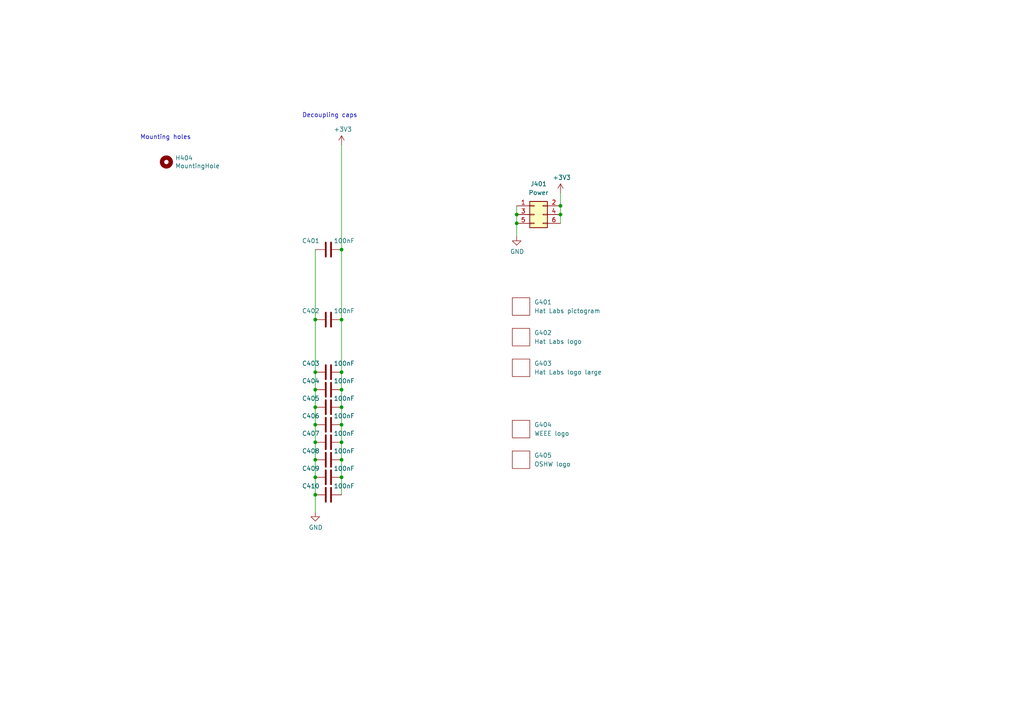
<source format=kicad_sch>
(kicad_sch (version 20211123) (generator eeschema)
  (paper "A4")
  (title_block (title "Sailor Hat WiFi Gateway") (date "2022-02-23") (rev "0.2.0") (company "Hat Labs Ltd") (comment 1 "https://creativecommons.org/licenses/by-sa/4.0") (comment 2 "To view a copy of this license, visit ") (comment 3 "SH-ESP32 is licensed under CC BY-SA 4.0."))
  (lib_symbols
    (symbol "Connector_Generic:Conn_02x03_Odd_Even" (pin_names (offset 1.016) hide)
      (property "Reference" "J" (at 1.27 5.08 0))
      (property "Value" "Conn_02x03_Odd_Even" (at 1.27 -5.08 0))
      (symbol "Conn_02x03_Odd_Even_1_1"
        (rectangle (start -1.27 -2.413) (end 0 -2.667) (stroke (width 0.1524)))
        (rectangle (start -1.27 0.127) (end 0 -0.127) (stroke (width 0.1524)))
        (rectangle (start -1.27 2.667) (end 0 2.413) (stroke (width 0.1524)))
        (rectangle (start -1.27 3.81) (end 3.81 -3.81) (stroke (width 0.254)) (fill (type background)))
        (rectangle (start 3.81 -2.413) (end 2.54 -2.667) (stroke (width 0.1524)))
        (rectangle (start 3.81 0.127) (end 2.54 -0.127) (stroke (width 0.1524)))
        (rectangle (start 3.81 2.667) (end 2.54 2.413) (stroke (width 0.1524)))
        (pin passive line (at -5.08 2.54 0) (length 3.81) (name "Pin_1") (number "1"))
        (pin passive line (at 7.62 2.54 180) (length 3.81) (name "Pin_2") (number "2"))
        (pin passive line (at -5.08 0 0) (length 3.81) (name "Pin_3") (number "3"))
        (pin passive line (at 7.62 0 180) (length 3.81) (name "Pin_4") (number "4"))
        (pin passive line (at -5.08 -2.54 0) (length 3.81) (name "Pin_5") (number "5"))
        (pin passive line (at 7.62 -2.54 180) (length 3.81) (name "Pin_6") (number "6"))
      )
    )
    (symbol "Device:C" (pin_numbers hide) (pin_names (offset 0.254))
      (property "Reference" "C" (at 0.635 2.54 0))
      (property "Value" "C" (at 0.635 -2.54 0))
      (symbol "C_0_1"
        (polyline (pts (xy -2.032 -0.762) (xy 2.032 -0.762)) (stroke (width 0.508)))
        (polyline (pts (xy -2.032 0.762) (xy 2.032 0.762)) (stroke (width 0.508)))
      )
      (symbol "C_1_1"
        (pin passive line (at 0 3.81 270) (length 2.794) (name "~") (number "1"))
        (pin passive line (at 0 -3.81 90) (length 2.794) (name "~") (number "2"))
      )
    )
    (symbol "Mechanical:MountingHole" (pin_names (offset 1.016))
      (property "Reference" "H" (at 0 5.08 0))
      (property "Value" "MountingHole" (at 0 3.175 0))
      (symbol "MountingHole_0_1"
        (circle (center 0 0) (radius 1.27) (stroke (width 1.27)))
      )
    )
    (symbol "SH-wg:Image" (in_bom no)
      (property "Reference" "G" (at 0 5.08 0))
      (property "Value" "Image" (at 0 3.81 0))
      (symbol "Image_0_1"
        (rectangle (start -2.54 2.54) (end 2.54 -2.54))
      )
    )
    (symbol "power:+3.3V" (power) (pin_names (offset 0))
      (property "Value" "+3.3V" (at 0 3.556 0))
      (symbol "+3.3V_0_1"
        (polyline (pts (xy -0.762 1.27) (xy 0 2.54)))
        (polyline (pts (xy 0 0) (xy 0 2.54)))
        (polyline (pts (xy 0 2.54) (xy 0.762 1.27)))
      )
      (symbol "+3.3V_1_1"
        (pin power_in line (at 0 0 90) (length 0) hide (name "+3V3") (number "1"))
      )
    )
    (symbol "power:GND" (power) (pin_names (offset 0))
      (property "Value" "GND" (at 0 -3.81 0))
      (symbol "GND_0_1"
        (polyline (pts (xy 0 0) (xy 0 -1.27) (xy 1.27 -1.27) (xy 0 -2.54) (xy -1.27 -1.27) (xy 0 -1.27)))
      )
      (symbol "GND_1_1"
        (pin power_in line (at 0 0 270) (length 0) hide (name "GND") (number "1"))
      )
    )
  )
  (junction (at 91.44 92.71))
  (junction (at 91.44 113.03))
  (junction (at 99.06 133.35))
  (junction (at 162.56 62.23))
  (junction (at 99.06 92.71))
  (junction (at 91.44 138.43))
  (junction (at 91.44 123.19))
  (junction (at 91.44 107.95))
  (junction (at 91.44 128.27))
  (junction (at 99.06 123.19))
  (junction (at 91.44 118.11))
  (junction (at 162.56 59.69))
  (junction (at 149.86 62.23))
  (junction (at 99.06 113.03))
  (junction (at 99.06 138.43))
  (junction (at 91.44 143.51))
  (junction (at 99.06 72.39))
  (junction (at 99.06 118.11))
  (junction (at 99.06 128.27))
  (junction (at 149.86 64.77))
  (junction (at 99.06 107.95))
  (junction (at 91.44 133.35))
  (wire (pts (xy 99.06 123.19) (xy 99.06 118.11)))
  (wire (pts (xy 162.56 59.69) (xy 162.56 62.23)))
  (wire (pts (xy 99.06 118.11) (xy 99.06 113.03)))
  (wire (pts (xy 99.06 41.91) (xy 99.06 72.39)))
  (wire (pts (xy 149.86 62.23) (xy 149.86 64.77)))
  (wire (pts (xy 91.44 123.19) (xy 91.44 128.27)))
  (wire (pts (xy 91.44 128.27) (xy 91.44 133.35)))
  (wire (pts (xy 99.06 92.71) (xy 99.06 107.95)))
  (wire (pts (xy 91.44 143.51) (xy 91.44 148.59)))
  (wire (pts (xy 162.56 55.88) (xy 162.56 59.69)))
  (wire (pts (xy 99.06 128.27) (xy 99.06 123.19)))
  (wire (pts (xy 162.56 62.23) (xy 162.56 64.77)))
  (wire (pts (xy 99.06 138.43) (xy 99.06 133.35)))
  (wire (pts (xy 91.44 133.35) (xy 91.44 138.43)))
  (wire (pts (xy 99.06 133.35) (xy 99.06 128.27)))
  (wire (pts (xy 91.44 113.03) (xy 91.44 118.11)))
  (wire (pts (xy 91.44 107.95) (xy 91.44 113.03)))
  (wire (pts (xy 91.44 118.11) (xy 91.44 123.19)))
  (wire (pts (xy 91.44 92.71) (xy 91.44 107.95)))
  (wire (pts (xy 99.06 143.51) (xy 99.06 138.43)))
  (wire (pts (xy 149.86 64.77) (xy 149.86 68.58)))
  (wire (pts (xy 149.86 59.69) (xy 149.86 62.23)))
  (wire (pts (xy 91.44 138.43) (xy 91.44 143.51)))
  (wire (pts (xy 99.06 72.39) (xy 99.06 92.71)))
  (wire (pts (xy 99.06 113.03) (xy 99.06 107.95)))
  (wire (pts (xy 91.44 72.39) (xy 91.44 92.71)))
  (text "Mounting holes" (at 40.64 40.64 0) (effects (font (size 1.27 1.27)) (justify left bottom)))
  (text "Decoupling caps" (at 87.63 34.29 0) (effects (font (size 1.27 1.27)) (justify left bottom)))
  (symbol (lib_id "Mechanical:MountingHole") (at 48.26 46.99 0) (unit 1) (in_bom no)
    (property "Reference" "H404" (at 50.8 45.8216 0) (effects (justify left)))
    (property "Value" "MountingHole" (at 50.8 48.133 0) (effects (justify left)))
    (property "Footprint" "SH-wg:MountingHole_3.2mm_M3_no_copper" (effects hide))
  )
  (symbol (lib_id "Device:C") (at 95.25 72.39 90) (mirror x) (unit 1)
    (property "Reference" "C401" (at 92.71 69.85 90) (effects (justify left)))
    (property "Value" "100nF" (at 102.87 69.85 90) (effects (justify left)))
    (property "Footprint" "Capacitor_SMD:C_0402_1005Metric" (effects hide))
    (property "LCSC" "C1525" (effects hide))
  )
  (symbol (lib_id "Device:C") (at 95.25 92.71 90) (mirror x) (unit 1)
    (property "Reference" "C402" (at 92.71 90.17 90) (effects (justify left)))
    (property "Value" "100nF" (at 102.87 90.17 90) (effects (justify left)))
    (property "Footprint" "Capacitor_SMD:C_0402_1005Metric" (effects hide))
    (property "LCSC" "C1525" (effects hide))
  )
  (symbol (lib_id "Device:C") (at 95.25 107.95 90) (mirror x) (unit 1)
    (property "Reference" "C403" (at 92.71 105.41 90) (effects (justify left)))
    (property "Value" "100nF" (at 102.87 105.41 90) (effects (justify left)))
    (property "Footprint" "Capacitor_SMD:C_0402_1005Metric" (effects hide))
    (property "LCSC" "C1525" (effects hide))
  )
  (symbol (lib_id "Device:C") (at 95.25 113.03 90) (mirror x) (unit 1)
    (property "Reference" "C404" (at 92.71 110.49 90) (effects (justify left)))
    (property "Value" "100nF" (at 102.87 110.49 90) (effects (justify left)))
    (property "Footprint" "Capacitor_SMD:C_0402_1005Metric" (effects hide))
    (property "LCSC" "C1525" (effects hide))
  )
  (symbol (lib_id "Device:C") (at 95.25 118.11 90) (mirror x) (unit 1)
    (property "Reference" "C405" (at 92.71 115.57 90) (effects (justify left)))
    (property "Value" "100nF" (at 102.87 115.57 90) (effects (justify left)))
    (property "Footprint" "Capacitor_SMD:C_0402_1005Metric" (effects hide))
    (property "LCSC" "C1525" (effects hide))
  )
  (symbol (lib_id "Device:C") (at 95.25 123.19 90) (mirror x) (unit 1)
    (property "Reference" "C406" (at 92.71 120.65 90) (effects (justify left)))
    (property "Value" "100nF" (at 102.87 120.65 90) (effects (justify left)))
    (property "Footprint" "Capacitor_SMD:C_0402_1005Metric" (effects hide))
    (property "LCSC" "C1525" (effects hide))
  )
  (symbol (lib_id "Device:C") (at 95.25 128.27 90) (mirror x) (unit 1)
    (property "Reference" "C407" (at 92.71 125.73 90) (effects (justify left)))
    (property "Value" "100nF" (at 102.87 125.73 90) (effects (justify left)))
    (property "Footprint" "Capacitor_SMD:C_0402_1005Metric" (effects hide))
    (property "LCSC" "C1525" (effects hide))
  )
  (symbol (lib_id "Device:C") (at 95.25 133.35 90) (mirror x) (unit 1)
    (property "Reference" "C408" (at 92.71 130.81 90) (effects (justify left)))
    (property "Value" "100nF" (at 102.87 130.81 90) (effects (justify left)))
    (property "Footprint" "Capacitor_SMD:C_0402_1005Metric" (effects hide))
    (property "LCSC" "C1525" (effects hide))
  )
  (symbol (lib_id "Device:C") (at 95.25 138.43 90) (mirror x) (unit 1)
    (property "Reference" "C409" (at 92.71 135.89 90) (effects (justify left)))
    (property "Value" "100nF" (at 102.87 135.89 90) (effects (justify left)))
    (property "Footprint" "Capacitor_SMD:C_0402_1005Metric" (effects hide))
    (property "LCSC" "C1525" (effects hide))
  )
  (symbol (lib_id "Device:C") (at 95.25 143.51 90) (mirror x) (unit 1)
    (property "Reference" "C410" (at 92.71 140.97 90) (effects (justify left)))
    (property "Value" "100nF" (at 102.87 140.97 90) (effects (justify left)))
    (property "Footprint" "Capacitor_SMD:C_0402_1005Metric" (effects hide))
    (property "LCSC" "C1525" (effects hide))
  )
  (symbol (lib_id "power:+3.3V") (at 99.06 41.91 0) (unit 1)
    (property "Reference" "#PWR0402" (effects hide))
    (property "Value" "+3.3V" (at 99.441 37.5158 0))
  )
  (symbol (lib_id "power:GND") (at 91.44 148.59 0) (unit 1)
    (property "Reference" "#PWR0401" (effects hide))
    (property "Value" "GND" (at 91.567 152.9842 0))
  )
  (symbol (lib_id "Connector_Generic:Conn_02x03_Odd_Even") (at 154.94 62.23 0) (unit 1)
    (property "Reference" "J401" (at 156.21 53.34 0))
    (property "Value" "Power" (at 156.21 55.88 0))
    (property "Footprint" "Connector_PinHeader_2.54mm:PinHeader_2x03_P2.54mm_Vertical" (effects hide))
    (property "LCSC" "C65114" (effects hide))
  )
  (symbol (lib_id "SH-wg:Image") (at 151.13 124.46 0) (unit 1) (in_bom no)
    (property "Reference" "G404" (at 154.94 123.1899 0) (effects (justify left)))
    (property "Value" "WEEE logo" (at 154.94 125.7299 0) (effects (justify left)))
    (property "Footprint" "Symbol:WEEE-Logo_5.6x8mm_SilkScreen" (effects hide))
  )
  (symbol (lib_id "SH-wg:Image") (at 151.13 133.35 0) (unit 1) (in_bom no)
    (property "Reference" "G405" (at 154.94 132.0799 0) (effects (justify left)))
    (property "Value" "OSHW logo" (at 154.94 134.6199 0) (effects (justify left)))
    (property "Footprint" "Symbol:OSHW-Logo2_9.8x8mm_SilkScreen" (effects hide))
  )
  (symbol (lib_id "power:+3.3V") (at 162.56 55.88 0) (unit 1)
    (property "Reference" "#PWR0404" (effects hide))
    (property "Value" "+3.3V" (at 162.941 51.4858 0))
  )
  (symbol (lib_id "SH-wg:Image") (at 151.13 106.68 0) (unit 1) (in_bom no)
    (property "Reference" "G403" (at 154.94 105.4099 0) (effects (justify left)))
    (property "Value" "Hat Labs logo large" (at 154.94 107.9499 0) (effects (justify left)))
    (property "Footprint" "SH-wg:Hat_Labs_25.4mm" (effects hide))
  )
  (symbol (lib_id "SH-wg:Image") (at 151.13 97.79 0) (unit 1) (in_bom no)
    (property "Reference" "G402" (at 154.94 96.5199 0) (effects (justify left)))
    (property "Value" "Hat Labs logo" (at 154.94 99.0599 0) (effects (justify left)))
    (property "Footprint" "SH-wg:Hat_Labs_20mm" (effects hide))
  )
  (symbol (lib_id "power:GND") (at 149.86 68.58 0) (unit 1)
    (property "Reference" "#PWR0403" (effects hide))
    (property "Value" "GND" (at 149.987 72.9742 0))
  )
  (symbol (lib_id "SH-wg:Image") (at 151.13 88.9 0) (unit 1) (in_bom no)
    (property "Reference" "G401" (at 154.94 87.6299 0) (effects (justify left)))
    (property "Value" "Hat Labs pictogram" (at 154.94 90.1699 0) (effects (justify left)))
    (property "Footprint" "SH-wg:HL_pictogram_6.3mm" (effects hide))
  )
)
</source>
